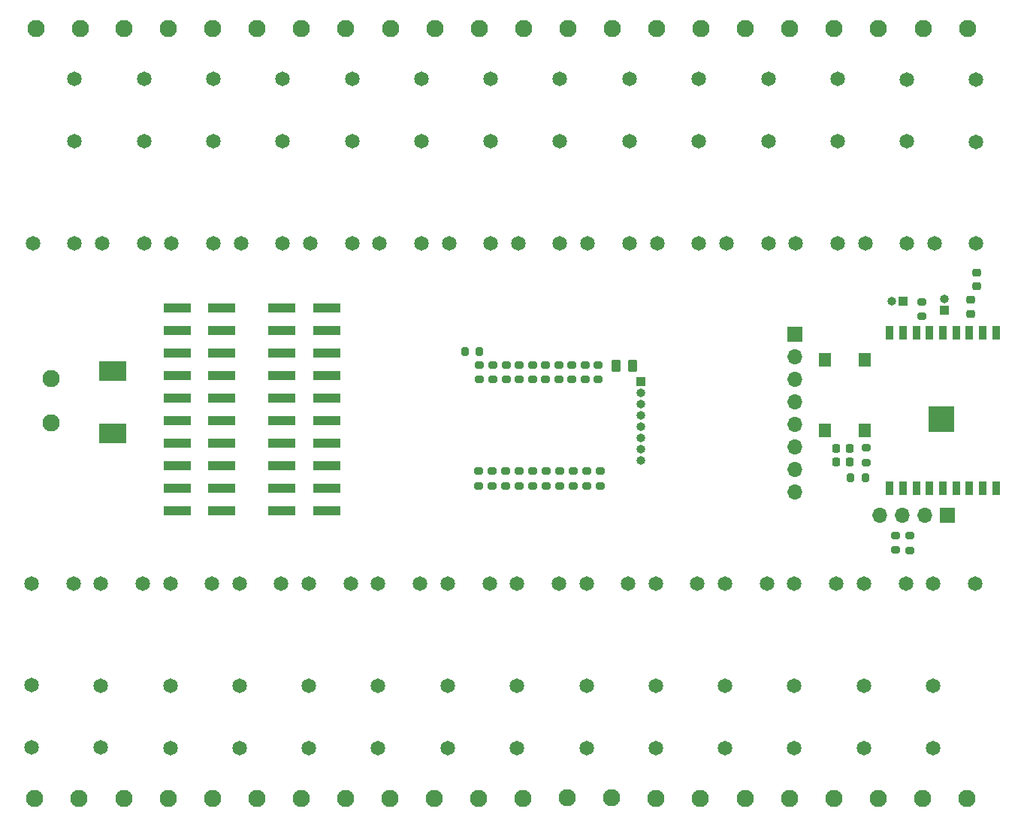
<source format=gts>
G04 #@! TF.GenerationSoftware,KiCad,Pcbnew,8.0.6-8.0.6-0~ubuntu20.04.1*
G04 #@! TF.CreationDate,2024-11-10T22:02:34+01:00*
G04 #@! TF.ProjectId,home_auto,686f6d65-5f61-4757-946f-2e6b69636164,rev?*
G04 #@! TF.SameCoordinates,Original*
G04 #@! TF.FileFunction,Soldermask,Top*
G04 #@! TF.FilePolarity,Negative*
%FSLAX46Y46*%
G04 Gerber Fmt 4.6, Leading zero omitted, Abs format (unit mm)*
G04 Created by KiCad (PCBNEW 8.0.6-8.0.6-0~ubuntu20.04.1) date 2024-11-10 22:02:34*
%MOMM*%
%LPD*%
G01*
G04 APERTURE LIST*
G04 Aperture macros list*
%AMRoundRect*
0 Rectangle with rounded corners*
0 $1 Rounding radius*
0 $2 $3 $4 $5 $6 $7 $8 $9 X,Y pos of 4 corners*
0 Add a 4 corners polygon primitive as box body*
4,1,4,$2,$3,$4,$5,$6,$7,$8,$9,$2,$3,0*
0 Add four circle primitives for the rounded corners*
1,1,$1+$1,$2,$3*
1,1,$1+$1,$4,$5*
1,1,$1+$1,$6,$7*
1,1,$1+$1,$8,$9*
0 Add four rect primitives between the rounded corners*
20,1,$1+$1,$2,$3,$4,$5,0*
20,1,$1+$1,$4,$5,$6,$7,0*
20,1,$1+$1,$6,$7,$8,$9,0*
20,1,$1+$1,$8,$9,$2,$3,0*%
G04 Aperture macros list end*
%ADD10RoundRect,0.250000X0.262500X0.450000X-0.262500X0.450000X-0.262500X-0.450000X0.262500X-0.450000X0*%
%ADD11C,1.650000*%
%ADD12C,1.950000*%
%ADD13RoundRect,0.200000X-0.275000X0.200000X-0.275000X-0.200000X0.275000X-0.200000X0.275000X0.200000X0*%
%ADD14RoundRect,0.200000X0.275000X-0.200000X0.275000X0.200000X-0.275000X0.200000X-0.275000X-0.200000X0*%
%ADD15R,0.900000X1.500000*%
%ADD16C,0.600000*%
%ADD17R,2.900000X2.900000*%
%ADD18R,3.150000X1.000000*%
%ADD19RoundRect,0.225000X0.225000X0.250000X-0.225000X0.250000X-0.225000X-0.250000X0.225000X-0.250000X0*%
%ADD20R,1.700000X1.700000*%
%ADD21O,1.700000X1.700000*%
%ADD22R,1.400000X1.600000*%
%ADD23RoundRect,0.225000X0.250000X-0.225000X0.250000X0.225000X-0.250000X0.225000X-0.250000X-0.225000X0*%
%ADD24R,3.150000X2.200000*%
%ADD25R,1.000000X1.000000*%
%ADD26O,1.000000X1.000000*%
%ADD27RoundRect,0.200000X-0.200000X-0.275000X0.200000X-0.275000X0.200000X0.275000X-0.200000X0.275000X0*%
G04 APERTURE END LIST*
D10*
X211792500Y-91430000D03*
X209967500Y-91430000D03*
D11*
X180075000Y-115975000D03*
X175375000Y-134475000D03*
X175375000Y-127475000D03*
X175375000Y-115975000D03*
D12*
X239490000Y-140200000D03*
X234490000Y-140200000D03*
D13*
X205127777Y-103315000D03*
X205127777Y-104965000D03*
D14*
X202020000Y-92965000D03*
X202020000Y-91315000D03*
X197570000Y-92965000D03*
X197570000Y-91315000D03*
D15*
X252800000Y-87730000D03*
X251300000Y-87730000D03*
X249800000Y-87730000D03*
X248300000Y-87730000D03*
X246800000Y-87730000D03*
X245300000Y-87730000D03*
X243800000Y-87730000D03*
X242300000Y-87730000D03*
X240800000Y-87730000D03*
X240800000Y-105230000D03*
X242300000Y-105230000D03*
X243800000Y-105230000D03*
X245300000Y-105230000D03*
X246800000Y-105230000D03*
X248300000Y-105230000D03*
X249800000Y-105230000D03*
X251300000Y-105230000D03*
X252800000Y-105230000D03*
D16*
X247150000Y-96340000D03*
X246050000Y-96340000D03*
X247700000Y-96890000D03*
X246600000Y-96890000D03*
X245500000Y-96890000D03*
X247150000Y-97440000D03*
D17*
X246600000Y-97440000D03*
D16*
X246050000Y-97440000D03*
X247700000Y-97990000D03*
X246600000Y-97990000D03*
X245500000Y-97990000D03*
X247150000Y-98540000D03*
X246050000Y-98540000D03*
D11*
X219120000Y-115987500D03*
X214420000Y-134487500D03*
X214420000Y-127487500D03*
X214420000Y-115987500D03*
D18*
X160500000Y-84890000D03*
X165550000Y-84890000D03*
X160500000Y-87430000D03*
X165550000Y-87430000D03*
X160500000Y-89970000D03*
X165550000Y-89970000D03*
X160500000Y-92510000D03*
X165550000Y-92510000D03*
X160500000Y-95050000D03*
X165550000Y-95050000D03*
X160500000Y-97590000D03*
X165550000Y-97590000D03*
X160500000Y-100130000D03*
X165550000Y-100130000D03*
X160500000Y-102670000D03*
X165550000Y-102670000D03*
X160500000Y-105210000D03*
X165550000Y-105210000D03*
X160500000Y-107750000D03*
X165550000Y-107750000D03*
D14*
X207940000Y-92965000D03*
X207940000Y-91315000D03*
D13*
X197540000Y-103315000D03*
X197540000Y-104965000D03*
X208163338Y-103315000D03*
X208163338Y-104965000D03*
D12*
X209537500Y-53367500D03*
X204537500Y-53367500D03*
D13*
X200574446Y-103315000D03*
X200574446Y-104965000D03*
D12*
X189470000Y-140180000D03*
X184470000Y-140180000D03*
D11*
X219285000Y-77615000D03*
X219285000Y-66115000D03*
X219285000Y-59115000D03*
X214585000Y-77615000D03*
X187870000Y-115977500D03*
X183170000Y-134477500D03*
X183170000Y-127477500D03*
X183170000Y-115977500D03*
D13*
X194503338Y-103315000D03*
X194503338Y-104965000D03*
D12*
X229490000Y-140200000D03*
X224490000Y-140200000D03*
X209480000Y-140140000D03*
X204480000Y-140140000D03*
D13*
X196021115Y-103315000D03*
X196021115Y-104965000D03*
X199030000Y-103315000D03*
X199030000Y-104965000D03*
D12*
X229537500Y-53367500D03*
X224537500Y-53367500D03*
X249540000Y-140210000D03*
X244540000Y-140210000D03*
D13*
X243070000Y-110565000D03*
X243070000Y-112215000D03*
D19*
X236325000Y-100730000D03*
X234775000Y-100730000D03*
D20*
X230110000Y-87860000D03*
D21*
X230110000Y-90400000D03*
X230110000Y-92940000D03*
X230110000Y-95480000D03*
X230110000Y-98020000D03*
X230110000Y-100560000D03*
X230110000Y-103100000D03*
X230110000Y-105640000D03*
D14*
X238130000Y-102305000D03*
X238130000Y-100655000D03*
X199080000Y-92965000D03*
X199080000Y-91315000D03*
D12*
X219527500Y-53367500D03*
X214527500Y-53367500D03*
D14*
X203530000Y-92965000D03*
X203530000Y-91315000D03*
D13*
X206645554Y-103315000D03*
X206645554Y-104965000D03*
D12*
X169517500Y-53367500D03*
X164517500Y-53367500D03*
X179470000Y-140180000D03*
X174470000Y-140180000D03*
D11*
X164582500Y-77615000D03*
X164582500Y-66115000D03*
X164582500Y-59115000D03*
X159882500Y-77615000D03*
X211325000Y-115985000D03*
X206625000Y-134485000D03*
X206625000Y-127485000D03*
X206625000Y-115985000D03*
X148815000Y-115945000D03*
X144115000Y-134445000D03*
X144115000Y-127445000D03*
X144115000Y-115945000D03*
X245837500Y-77647500D03*
X250537500Y-59147500D03*
X250537500Y-66147500D03*
X250537500Y-77647500D03*
D22*
X233530000Y-98730000D03*
X233530000Y-90730000D03*
X238030000Y-98730000D03*
X238030000Y-90730000D03*
D11*
X195705000Y-115995000D03*
X191005000Y-134495000D03*
X191005000Y-127495000D03*
X191005000Y-115995000D03*
D23*
X250570000Y-82485000D03*
X250570000Y-80935000D03*
D11*
X242630000Y-115977500D03*
X237930000Y-134477500D03*
X237930000Y-127477500D03*
X237930000Y-115977500D03*
X188007500Y-77617500D03*
X188007500Y-66117500D03*
X188007500Y-59117500D03*
X183307500Y-77617500D03*
X234770000Y-115987500D03*
X230070000Y-134487500D03*
X230070000Y-127487500D03*
X230070000Y-115987500D03*
D24*
X153250000Y-99030000D03*
X153250000Y-92030000D03*
D11*
X180212500Y-77615000D03*
X180212500Y-66115000D03*
X180212500Y-59115000D03*
X175512500Y-77615000D03*
D14*
X200530000Y-92965000D03*
X200530000Y-91315000D03*
D12*
X239547500Y-53367500D03*
X234547500Y-53367500D03*
D11*
X203500000Y-115997500D03*
X198800000Y-134497500D03*
X198800000Y-127497500D03*
X198800000Y-115997500D03*
D14*
X194590000Y-92965000D03*
X194590000Y-91315000D03*
D12*
X249557500Y-53367500D03*
X244557500Y-53367500D03*
D14*
X196060000Y-92965000D03*
X196060000Y-91315000D03*
D11*
X164445000Y-115975000D03*
X159745000Y-134475000D03*
X159745000Y-127475000D03*
X159745000Y-115975000D03*
D12*
X149470000Y-140180000D03*
X144470000Y-140180000D03*
D25*
X242280000Y-84120000D03*
D26*
X241010000Y-84120000D03*
D18*
X172320000Y-84920000D03*
X177370000Y-84920000D03*
X172320000Y-87460000D03*
X177370000Y-87460000D03*
X172320000Y-90000000D03*
X177370000Y-90000000D03*
X172320000Y-92540000D03*
X177370000Y-92540000D03*
X172320000Y-95080000D03*
X177370000Y-95080000D03*
X172320000Y-97620000D03*
X177370000Y-97620000D03*
X172320000Y-100160000D03*
X177370000Y-100160000D03*
X172320000Y-102700000D03*
X177370000Y-102700000D03*
X172320000Y-105240000D03*
X177370000Y-105240000D03*
X172320000Y-107780000D03*
X177370000Y-107780000D03*
D11*
X227127500Y-77615000D03*
X227127500Y-66115000D03*
X227127500Y-59115000D03*
X222427500Y-77615000D03*
D23*
X249970000Y-85545000D03*
X249970000Y-83995000D03*
D11*
X172377500Y-77617500D03*
X172377500Y-66117500D03*
X172377500Y-59117500D03*
X167677500Y-77617500D03*
D25*
X212800000Y-93222500D03*
D26*
X212800000Y-94492500D03*
X212800000Y-95762500D03*
X212800000Y-97032500D03*
X212800000Y-98302500D03*
X212800000Y-99572500D03*
X212800000Y-100842500D03*
X212800000Y-102112500D03*
D12*
X149567500Y-53367500D03*
X144567500Y-53367500D03*
D11*
X172240000Y-115977500D03*
X167540000Y-134477500D03*
X167540000Y-127477500D03*
X167540000Y-115977500D03*
X156757500Y-77607500D03*
X156757500Y-66107500D03*
X156757500Y-59107500D03*
X152057500Y-77607500D03*
D12*
X189527500Y-53367500D03*
X184527500Y-53367500D03*
X159527500Y-53367500D03*
X154527500Y-53367500D03*
X146260000Y-92880000D03*
X146260000Y-97880000D03*
D11*
X226975000Y-115985000D03*
X222275000Y-134485000D03*
X222275000Y-127485000D03*
X222275000Y-115985000D03*
D12*
X169470000Y-140180000D03*
X164470000Y-140180000D03*
D20*
X247330000Y-108260000D03*
D21*
X244790000Y-108260000D03*
X242250000Y-108260000D03*
X239710000Y-108260000D03*
D13*
X203610000Y-103315000D03*
X203610000Y-104965000D03*
D14*
X206460000Y-92965000D03*
X206460000Y-91315000D03*
D25*
X246980000Y-85180000D03*
D26*
X246980000Y-83910000D03*
D11*
X195857500Y-77615000D03*
X195857500Y-66115000D03*
X195857500Y-59115000D03*
X191157500Y-77615000D03*
D14*
X204990000Y-92965000D03*
X204990000Y-91315000D03*
D13*
X244400000Y-84215000D03*
X244400000Y-85865000D03*
D11*
X234922500Y-77617500D03*
X234922500Y-66117500D03*
X234922500Y-59117500D03*
X230222500Y-77617500D03*
X238042500Y-77645000D03*
X242742500Y-59145000D03*
X242742500Y-66145000D03*
X242742500Y-77645000D03*
D12*
X179517500Y-53367500D03*
X174517500Y-53367500D03*
D11*
X250425000Y-115980000D03*
X245725000Y-134480000D03*
X245725000Y-127480000D03*
X245725000Y-115980000D03*
X156610000Y-115947500D03*
X151910000Y-134447500D03*
X151910000Y-127447500D03*
X151910000Y-115947500D03*
D19*
X236335000Y-102280000D03*
X234785000Y-102280000D03*
D13*
X241440000Y-110555000D03*
X241440000Y-112205000D03*
D12*
X199480000Y-140180000D03*
X194480000Y-140180000D03*
D11*
X148962500Y-77605000D03*
X148962500Y-66105000D03*
X148962500Y-59105000D03*
X144262500Y-77605000D03*
X211490000Y-77612500D03*
X211490000Y-66112500D03*
X211490000Y-59112500D03*
X206790000Y-77612500D03*
D27*
X192920000Y-89800000D03*
X194570000Y-89800000D03*
D12*
X199527500Y-53367500D03*
X194527500Y-53367500D03*
D27*
X236405000Y-104000000D03*
X238055000Y-104000000D03*
D13*
X202092223Y-103315000D03*
X202092223Y-104965000D03*
D12*
X159470000Y-140180000D03*
X154470000Y-140180000D03*
X219490000Y-140160000D03*
X214490000Y-140160000D03*
D11*
X203652500Y-77617500D03*
X203652500Y-66117500D03*
X203652500Y-59117500D03*
X198952500Y-77617500D03*
M02*

</source>
